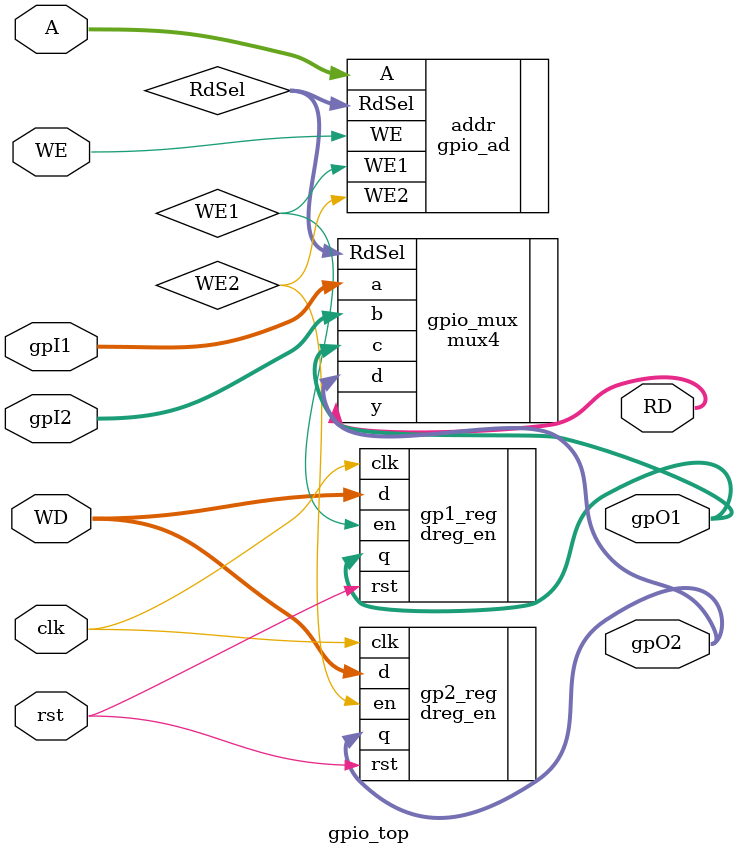
<source format=v>
`timescale 1ns / 1ps


module gpio_top(
    input  wire        clk,
    input  wire        rst,
    input  wire        WE,
    input  wire  [1:0] A,
    input  wire [31:0] WD,
    input  wire [31:0] gpI1,
    input  wire [31:0] gpI2,
    output wire [31:0] RD,
    output wire [31:0] gpO1,
    output wire [31:0] gpO2
    );
    
    wire        WE1; 
    wire        WE2; 
    wire  [1:0] RdSel; 
    
    gpio_ad addr (
            .A          (A), 
            .WE         (WE), 
            .WE1        (WE1), 
            .WE2        (WE2), 
            .RdSel      (RdSel)
    );
    
    dreg_en #(32) gp1_reg (
            .clk        (clk), 
            .rst        (rst), 
            .en         (WE1), 
            .d          (WD), 
            .q          (gpO1)
    ); 
    
    dreg_en #(32) gp2_reg (
            .clk        (clk), 
            .rst        (rst), 
            .en         (WE2), 
            .d          (WD), 
            .q          (gpO2)
    ); 
    
    mux4 gpio_mux (
            .RdSel      (RdSel), 
            .a          (gpI1), 
            .b          (gpI2), 
            .c          (gpO1), 
            .d          (gpO2), 
            .y          (RD)
    ); 
    
    
endmodule

</source>
